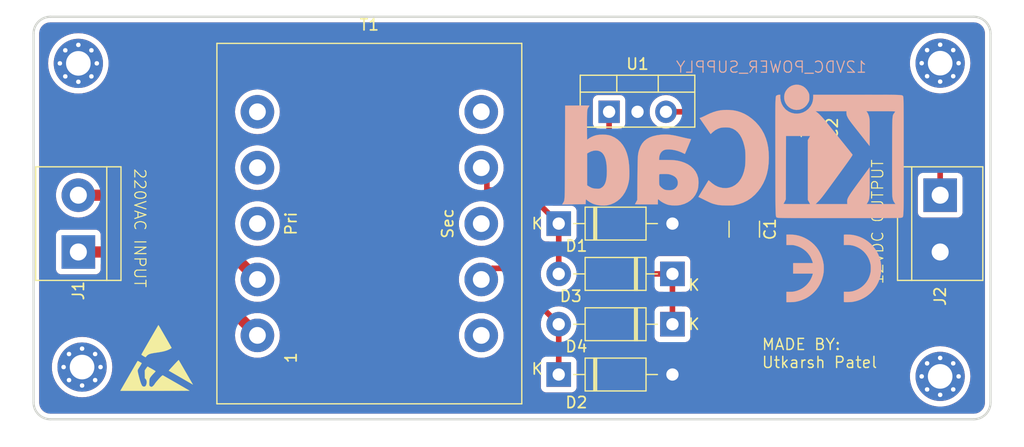
<source format=kicad_pcb>
(kicad_pcb (version 20240108) (generator "pcbnew") (generator_version "8.0")
  (title_block (title "Power_Supply_12V") (date "2025-08-07"))
  (layers (0 "F.Cu" signal) (31 "B.Cu" signal) (34 "B.Paste" user) (35 "F.Paste" user) (36 "B.SilkS" user "B.Silkscreen") (37 "F.SilkS" user "F.Silkscreen") (38 "B.Mask" user) (39 "F.Mask" user) (44 "Edge.Cuts" user))
  (net 0 "")
  (net 1 "GND")
  (net 2 "OUTPUT")
  (net 3 "Net-(D1-K)")
  (net 4 "Net-(D2-K)")
  (net 5 "INPUT")
  (net 6 "Net-(J1-Pin_2)")
  (net 43 "Net-(D3-K)")
  (footprint "TerminalBlock:TerminalBlock_bornier-2_P5.08mm" (layer "F.Cu") (at 111.4675 70.04 90)
    (property "Reference" "J1" (at -3.46 0 90) (layer "F.SilkS"))
    (property "Value" "Screw_Terminal_01x02" (hide yes))
    (pad "1" thru_hole rect (at 0 0 90) (size 3 3) (drill 1.52) (layers "*.Cu" "*.Mask") (net 5 "INPUT"))
    (pad "2" thru_hole circle (at 5.08 0 90) (size 3 3) (drill 1.52) (layers "*.Cu" "*.Mask") (net 6 "Net-(J1-Pin_2)"))
  )
  (footprint "Capacitor_SMD:C_1210_3225Metric" (layer "F.Cu") (at 170.9675 68 -90)
    (property "Reference" "C1" (at 0 -2.3 90) (layer "F.SilkS"))
    (property "Value" "1000uF")
    (pad "1" smd roundrect (at -1.475 0 270) (size 1.15 2.7) (layers "F.Cu" "F.Paste" "F.Mask") (roundrect_rratio 0.217391) (net 43 "Net-(D3-K)"))
    (pad "2" smd roundrect (at 1.475 0 270) (size 1.15 2.7) (layers "F.Cu" "F.Paste" "F.Mask") (roundrect_rratio 0.217391) (net 1 "GND"))
  )
  (footprint "MountingHole:MountingHole_2.2mm_M2_Pad_Via" (layer "F.Cu") (at 188.4675 81.166726)
    (property "Reference" "H4" (hide yes))
    (property "Value" "MountingHole_Pad" (hide yes))
    (pad "1" thru_hole circle (at -1.65 0) (size 0.7 0.7) (drill 0.4) (layers "*.Cu" "*.Mask"))
    (pad "1" thru_hole circle (at -1.166726 -1.166726) (size 0.7 0.7) (drill 0.4) (layers "*.Cu" "*.Mask"))
    (pad "1" thru_hole circle (at -1.166726 1.166726) (size 0.7 0.7) (drill 0.4) (layers "*.Cu" "*.Mask"))
    (pad "1" thru_hole circle (at 0 -1.65) (size 0.7 0.7) (drill 0.4) (layers "*.Cu" "*.Mask"))
    (pad "1" thru_hole circle (at 0 0) (size 4.4 4.4) (drill 2.2) (layers "*.Cu" "*.Mask"))
    (pad "1" thru_hole circle (at 0 1.65) (size 0.7 0.7) (drill 0.4) (layers "*.Cu" "*.Mask"))
    (pad "1" thru_hole circle (at 1.166726 -1.166726) (size 0.7 0.7) (drill 0.4) (layers "*.Cu" "*.Mask"))
    (pad "1" thru_hole circle (at 1.166726 1.166726) (size 0.7 0.7) (drill 0.4) (layers "*.Cu" "*.Mask"))
    (pad "1" thru_hole circle (at 1.65 0) (size 0.7 0.7) (drill 0.4) (layers "*.Cu" "*.Mask"))
  )
  (footprint "Diode_THT:D_DO-41_SOD81_P10.16mm_Horizontal" (layer "F.Cu") (at 154.3875 81)
    (property "Reference" "D2" (at 1.58 2.5 0) (layer "F.SilkS"))
    (property "Value" "1N4007" (hide yes))
    (fp_text user "K" (at -1.92 -0.5 0) (layer "F.SilkS"))
    (pad "1" thru_hole rect (at 0 0) (size 2.2 2.2) (drill 1.1) (layers "*.Cu" "*.Mask") (net 4 "Net-(D2-K)"))
    (pad "2" thru_hole oval (at 10.16 0) (size 2.2 2.2) (drill 1.1) (layers "*.Cu" "*.Mask") (net 1 "GND"))
  )
  (footprint "Transformer_THT:Transformer_CHK_EI30-2VA_1xSec" (layer "F.Cu") (at 127.4675 77.5)
    (property "Reference" "T1" (at 10 -27.78 0) (layer "F.SilkS"))
    (property "Value" "Transformer_1P_1S")
    (fp_text user "1" (at 3 2 90) (layer "F.SilkS"))
    (fp_text user "Sec" (at 17 -10 90) (layer "F.SilkS"))
    (fp_text user "Pri" (at 3 -10 90) (layer "F.SilkS"))
    (pad "1" thru_hole circle (at 0 0) (size 3 3) (drill 1.5) (layers "*.Cu" "*.Mask") (net 5 "INPUT"))
    (pad "2" thru_hole circle (at 0 -5) (size 3 3) (drill 1.5) (layers "*.Cu" "*.Mask") (net 6 "Net-(J1-Pin_2)"))
    (pad "3" thru_hole circle (at 0 -10) (size 3 3) (drill 1.5) (layers "*.Cu" "*.Mask"))
    (pad "4" thru_hole circle (at 0 -15) (size 3 3) (drill 1.5) (layers "*.Cu" "*.Mask"))
    (pad "5" thru_hole circle (at 0 -20) (size 3 3) (drill 1.5) (layers "*.Cu" "*.Mask"))
    (pad "6" thru_hole circle (at 20 -20) (size 3 3) (drill 1.5) (layers "*.Cu" "*.Mask"))
    (pad "7" thru_hole circle (at 20 -15) (size 3 3) (drill 1.5) (layers "*.Cu" "*.Mask") (net 3 "Net-(D1-K)"))
    (pad "8" thru_hole circle (at 20 -10) (size 3 3) (drill 1.5) (layers "*.Cu" "*.Mask"))
    (pad "9" thru_hole circle (at 20 -5) (size 3 3) (drill 1.5) (layers "*.Cu" "*.Mask") (net 4 "Net-(D2-K)"))
    (pad "10" thru_hole circle (at 20 0) (size 3 3) (drill 1.5) (layers "*.Cu" "*.Mask"))
  )
  (footprint "Symbol:ESD-Logo_6.6x6mm_SilkScreen" (layer "F.Cu") (at 118.4675 79.5)
    (property "Reference" "REF**" (hide yes))
    (property "Value" "ESD-Logo_6.6x6mm_SilkScreen" (hide yes))
  )
  (footprint "MountingHole:MountingHole_2.2mm_M2_Pad_Via" (layer "F.Cu") (at 188.4675 53.15)
    (property "Reference" "H2" (hide yes))
    (property "Value" "MountingHole_Pad")
    (pad "1" thru_hole circle (at -1.65 0) (size 0.7 0.7) (drill 0.4) (layers "*.Cu" "*.Mask"))
    (pad "1" thru_hole circle (at -1.166726 -1.166726) (size 0.7 0.7) (drill 0.4) (layers "*.Cu" "*.Mask"))
    (pad "1" thru_hole circle (at -1.166726 1.166726) (size 0.7 0.7) (drill 0.4) (layers "*.Cu" "*.Mask"))
    (pad "1" thru_hole circle (at 0 -1.65) (size 0.7 0.7) (drill 0.4) (layers "*.Cu" "*.Mask"))
    (pad "1" thru_hole circle (at 0 0) (size 4.4 4.4) (drill 2.2) (layers "*.Cu" "*.Mask"))
    (pad "1" thru_hole circle (at 0 1.65) (size 0.7 0.7) (drill 0.4) (layers "*.Cu" "*.Mask"))
    (pad "1" thru_hole circle (at 1.166726 -1.166726) (size 0.7 0.7) (drill 0.4) (layers "*.Cu" "*.Mask"))
    (pad "1" thru_hole circle (at 1.166726 1.166726) (size 0.7 0.7) (drill 0.4) (layers "*.Cu" "*.Mask"))
    (pad "1" thru_hole circle (at 1.65 0) (size 0.7 0.7) (drill 0.4) (layers "*.Cu" "*.Mask"))
  )
  (footprint "Package_TO_SOT_THT:TO-220-3_Vertical" (layer "F.Cu") (at 158.8875 57.5)
    (property "Reference" "U1" (at 2.54 -4.27 0) (layer "F.SilkS"))
    (property "Value" "LM7812_TO220")
    (pad "1" thru_hole rect (at 0 0) (size 1.905 2) (drill 1.1) (layers "*.Cu" "*.Mask") (net 43 "Net-(D3-K)"))
    (pad "2" thru_hole oval (at 2.54 0) (size 1.905 2) (drill 1.1) (layers "*.Cu" "*.Mask") (net 1 "GND"))
    (pad "3" thru_hole oval (at 5.08 0) (size 1.905 2) (drill 1.1) (layers "*.Cu" "*.Mask") (net 2 "OUTPUT"))
  )
  (footprint "Diode_THT:D_DO-41_SOD81_P10.16mm_Horizontal" (layer "F.Cu") (at 164.5475 76.5 180)
    (property "Reference" "D4" (at 8.58 -2 0) (layer "F.SilkS"))
    (property "Value" "1N4007" (hide yes))
    (fp_text user "K" (at -1.92 0 0) (layer "F.SilkS"))
    (pad "1" thru_hole rect (at 0 0 180) (size 2.2 2.2) (drill 1.1) (layers "*.Cu" "*.Mask") (net 43 "Net-(D3-K)"))
    (pad "2" thru_hole oval (at 10.16 0 180) (size 2.2 2.2) (drill 1.1) (layers "*.Cu" "*.Mask") (net 4 "Net-(D2-K)"))
  )
  (footprint "MountingHole:MountingHole_2.2mm_M2_Pad_Via" (layer "F.Cu") (at 111.4675 53.166726)
    (property "Reference" "H1" (hide yes))
    (property "Value" "MountingHole_Pad" (hide yes))
    (pad "1" thru_hole circle (at -1.65 0) (size 0.7 0.7) (drill 0.4) (layers "*.Cu" "*.Mask"))
    (pad "1" thru_hole circle (at -1.166726 -1.166726) (size 0.7 0.7) (drill 0.4) (layers "*.Cu" "*.Mask"))
    (pad "1" thru_hole circle (at -1.166726 1.166726) (size 0.7 0.7) (drill 0.4) (layers "*.Cu" "*.Mask"))
    (pad "1" thru_hole circle (at 0 -1.65) (size 0.7 0.7) (drill 0.4) (layers "*.Cu" "*.Mask"))
    (pad "1" thru_hole circle (at 0 0) (size 4.4 4.4) (drill 2.2) (layers "*.Cu" "*.Mask"))
    (pad "1" thru_hole circle (at 0 1.65) (size 0.7 0.7) (drill 0.4) (layers "*.Cu" "*.Mask"))
    (pad "1" thru_hole circle (at 1.166726 -1.166726) (size 0.7 0.7) (drill 0.4) (layers "*.Cu" "*.Mask"))
    (pad "1" thru_hole circle (at 1.166726 1.166726) (size 0.7 0.7) (drill 0.4) (layers "*.Cu" "*.Mask"))
    (pad "1" thru_hole circle (at 1.65 0) (size 0.7 0.7) (drill 0.4) (layers "*.Cu" "*.Mask"))
  )
  (footprint "Capacitor_SMD:C_1206_3216Metric" (layer "F.Cu") (at 176.9675 59 -90)
    (property "Reference" "C2" (at 0 -1.85 90) (layer "F.SilkS"))
    (property "Value" "0.1uF")
    (pad "1" smd roundrect (at -1.475 0 270) (size 1.15 1.8) (layers "F.Cu" "F.Paste" "F.Mask") (roundrect_rratio 0.217391) (net 2 "OUTPUT"))
    (pad "2" smd roundrect (at 1.475 0 270) (size 1.15 1.8) (layers "F.Cu" "F.Paste" "F.Mask") (roundrect_rratio 0.217391) (net 1 "GND"))
  )
  (footprint "Diode_THT:D_DO-41_SOD81_P10.16mm_Horizontal" (layer "F.Cu") (at 154.3875 67.5)
    (property "Reference" "D1" (at 1.58 2 0) (layer "F.SilkS"))
    (property "Value" "1N4007" (hide yes))
    (fp_text user "K" (at -1.92 0 0) (layer "F.SilkS"))
    (pad "1" thru_hole rect (at 0 0) (size 2.2 2.2) (drill 1.1) (layers "*.Cu" "*.Mask") (net 3 "Net-(D1-K)"))
    (pad "2" thru_hole oval (at 10.16 0) (size 2.2 2.2) (drill 1.1) (layers "*.Cu" "*.Mask") (net 1 "GND"))
  )
  (footprint "MountingHole:MountingHole_2.2mm_M2_Pad_Via" (layer "F.Cu") (at 111.800774 80.333274)
    (property "Reference" "H3" (hide yes))
    (property "Value" "MountingHole_Pad" (hide yes))
    (pad "1" thru_hole circle (at -1.65 0) (size 0.7 0.7) (drill 0.4) (layers "*.Cu" "*.Mask"))
    (pad "1" thru_hole circle (at -1.166726 -1.166726) (size 0.7 0.7) (drill 0.4) (layers "*.Cu" "*.Mask"))
    (pad "1" thru_hole circle (at -1.166726 1.166726) (size 0.7 0.7) (drill 0.4) (layers "*.Cu" "*.Mask"))
    (pad "1" thru_hole circle (at 0 -1.65) (size 0.7 0.7) (drill 0.4) (layers "*.Cu" "*.Mask"))
    (pad "1" thru_hole circle (at 0 0) (size 4.4 4.4) (drill 2.2) (layers "*.Cu" "*.Mask"))
    (pad "1" thru_hole circle (at 0 1.65) (size 0.7 0.7) (drill 0.4) (layers "*.Cu" "*.Mask"))
    (pad "1" thru_hole circle (at 1.166726 -1.166726) (size 0.7 0.7) (drill 0.4) (layers "*.Cu" "*.Mask"))
    (pad "1" thru_hole circle (at 1.166726 1.166726) (size 0.7 0.7) (drill 0.4) (layers "*.Cu" "*.Mask"))
    (pad "1" thru_hole circle (at 1.65 0) (size 0.7 0.7) (drill 0.4) (layers "*.Cu" "*.Mask"))
  )
  (footprint "TerminalBlock:TerminalBlock_bornier-2_P5.08mm" (layer "F.Cu") (at 188.4675 64.96 -90)
    (property "Reference" "J2" (at 9.04 0 90) (layer "F.SilkS"))
    (property "Value" "Screw_Terminal_01x02" (hide yes))
    (pad "1" thru_hole rect (at 0 0 270) (size 3 3) (drill 1.52) (layers "*.Cu" "*.Mask") (net 2 "OUTPUT"))
    (pad "2" thru_hole circle (at 5.08 0 270) (size 3 3) (drill 1.52) (layers "*.Cu" "*.Mask") (net 1 "GND"))
  )
  (footprint "Diode_THT:D_DO-41_SOD81_P10.16mm_Horizontal" (layer "F.Cu") (at 164.5475 72 180)
    (property "Reference" "D3" (at 9.08 -2 0) (layer "F.SilkS"))
    (property "Value" "1N4007" (hide yes))
    (fp_text user "K" (at -1.92 -1 0) (layer "F.SilkS"))
    (pad "1" thru_hole rect (at 0 0 180) (size 2.2 2.2) (drill 1.1) (layers "*.Cu" "*.Mask") (net 43 "Net-(D3-K)"))
    (pad "2" thru_hole oval (at 10.16 0 180) (size 2.2 2.2) (drill 1.1) (layers "*.Cu" "*.Mask") (net 3 "Net-(D1-K)"))
  )
  (footprint "Symbol:CE-Logo_8.5x6mm_SilkScreen" (layer "B.Cu") (at 178.9675 71.5 180)
    (property "Reference" "REF**" (hide yes))
    (property "Value" "CE-Logo_8.5x6mm_SilkScreen" (hide yes))
  )
  (footprint "Symbol:KiCad-Logo_12mm_SilkScreen" (layer "B.Cu") (at 169.9675 61 180)
    (property "Reference" "REF**" (hide yes))
    (property "Value" "KiCad-Logo_12mm_SilkScreen" (hide yes))
  )
  (gr_arc (start 107.4675 50.5) (mid 107.90684 49.43934) (end 108.9675 49) (stroke (width 0.2)) (layer "Edge.Cuts"))
  (gr_line (start 192.9675 50.5) (end 192.9675 83.5) (stroke (width 0.2)) (layer "Edge.Cuts"))
  (gr_arc (start 192.9675 83.5) (mid 192.52816 84.56066) (end 191.4675 85) (stroke (width 0.2)) (layer "Edge.Cuts"))
  (gr_arc (start 108.9675 85) (mid 107.90684 84.56066) (end 107.4675 83.5) (stroke (width 0.2)) (layer "Edge.Cuts"))
  (gr_line (start 191.4675 85) (end 108.9675 85) (stroke (width 0.2)) (layer "Edge.Cuts"))
  (gr_line (start 107.4675 83.5) (end 107.4675 50.5) (stroke (width 0.2)) (layer "Edge.Cuts"))
  (gr_arc (start 191.4675 49) (mid 192.52816 49.43934) (end 192.9675 50.5) (stroke (width 0.2)) (layer "Edge.Cuts"))
  (gr_line (start 108.9675 49) (end 191.4675 49) (stroke (width 0.2)) (layer "Edge.Cuts"))
  (gr_text "12VDC_POWER_SUPPLY" (at 181.9675 53.5 0) (layer "B.SilkS") (effects (font (size 1 1) (thickness 0.1)) (justify left mirror)))
  (gr_text "12VDC OUTPUT" (at 183.4675 73 90) (layer "F.SilkS") (effects (font (size 1 1) (thickness 0.1)) (justify left bottom)))
  (gr_text "MADE BY:\nUtkarsh Patel" (at 172.4675 80.5 0) (layer "F.SilkS") (effects (font (size 1 1) (thickness 0.125)) (justify left bottom)))
  (gr_text "220VAC INPUT" (at 116.9675 62.5 -90) (layer "F.SilkS") (effects (font (size 1 1) (thickness 0.1)) (justify left)))
  (segment (start 171.5325 70.04) (end 170.9675 69.475) (width 0.5) (layer "F.Cu") (net 1))
  (segment (start 166.4675 67.5) (end 166.9675 68) (width 0.5) (layer "F.Cu") (net 1))
  (segment (start 167.4675 72.5) (end 171.5325 72.5) (width 0.5) (layer "F.Cu") (net 1))
  (segment (start 177.4675 70.04) (end 171.5325 70.04) (width 0.5) (layer "F.Cu") (net 1))
  (segment (start 177.4675 63) (end 176.9675 62.5) (width 0.5) (layer "F.Cu") (net 1))
  (segment (start 164.5475 81) (end 171.5325 74.015) (width 0.5) (layer "F.Cu") (net 1))
  (segment (start 164.5475 67.5) (end 166.4675 67.5) (width 0.5) (layer "F.Cu") (net 1))
  (segment (start 176.9675 62.5) (end 176.9675 60.475) (width 0.5) (layer "F.Cu") (net 1))
  (segment (start 166.9675 68) (end 166.9675 72) (width 0.5) (layer "F.Cu") (net 1))
  (segment (start 166.9675 72) (end 167.4675 72.5) (width 0.5) (layer "F.Cu") (net 1))
  (segment (start 171.5325 72.5) (end 171.5325 70.04) (width 0.5) (layer "F.Cu") (net 1))
  (segment (start 188.4675 70.04) (end 177.4675 70.04) (width 0.5) (layer "F.Cu") (net 1))
  (segment (start 177.4675 70.04) (end 177.4675 63) (width 0.5) (layer "F.Cu") (net 1))
  (segment (start 161.4275 57.5) (end 166.4275 62.5) (width 0.5) (layer "F.Cu") (net 1))
  (segment (start 166.4275 62.5) (end 176.9675 62.5) (width 0.5) (layer "F.Cu") (net 1))
  (segment (start 171.5325 74.015) (end 171.5325 72.5) (width 0.5) (layer "F.Cu") (net 1))
  (segment (start 188.4675 59) (end 186.9675 57.5) (width 0.5) (layer "F.Cu") (net 2))
  (segment (start 188.4675 64.96) (end 188.4675 59) (width 0.5) (layer "F.Cu") (net 2))
  (segment (start 176.9425 57.5) (end 176.9675 57.525) (width 0.5) (layer "F.Cu") (net 2))
  (segment (start 163.9675 57.5) (end 176.9425 57.5) (width 0.5) (layer "F.Cu") (net 2))
  (segment (start 186.9425 57.525) (end 176.9675 57.525) (width 0.5) (layer "F.Cu") (net 2))
  (segment (start 186.9675 57.5) (end 186.9425 57.525) (width 0.5) (layer "F.Cu") (net 2))
  (segment (start 147.9675 63) (end 147.4675 62.5) (width 0.5) (layer "F.Cu") (net 3))
  (segment (start 151.4675 64.5) (end 147.9675 64.5) (width 0.5) (layer "F.Cu") (net 3))
  (segment (start 154.3875 67.5) (end 154.3875 72) (width 0.5) (layer "F.Cu") (net 3))
  (segment (start 151.4675 64.58) (end 151.4675 64.5) (width 0.5) (layer "F.Cu") (net 3))
  (segment (start 154.3875 67.5) (end 151.4675 64.58) (width 0.5) (layer "F.Cu") (net 3))
  (segment (start 147.9675 64.5) (end 147.9675 63) (width 0.5) (layer "F.Cu") (net 3))
  (segment (start 148.4675 71.5) (end 147.4675 72.5) (width 0.5) (layer "F.Cu") (net 4))
  (segment (start 149.4675 71.58) (end 149.4675 71.5) (width 0.5) (layer "F.Cu") (net 4))
  (segment (start 154.3875 81) (end 154.3875 76.5) (width 0.5) (layer "F.Cu") (net 4))
  (segment (start 149.4675 71.5) (end 148.4675 71.5) (width 0.5) (layer "F.Cu") (net 4))
  (segment (start 154.3875 76.5) (end 149.4675 71.58) (width 0.5) (layer "F.Cu") (net 4))
  (segment (start 120.0075 70.04) (end 127.4675 77.5) (width 1) (layer "F.Cu") (net 5))
  (segment (start 111.4675 70.04) (end 120.0075 70.04) (width 1) (layer "F.Cu") (net 5))
  (segment (start 119.9275 64.96) (end 127.4675 72.5) (width 1) (layer "F.Cu") (net 6))
  (segment (start 111.4675 64.96) (end 119.9275 64.96) (width 1) (layer "F.Cu") (net 6))
  (segment (start 170.9675 66.525) (end 168.4675 64.025) (width 0.5) (layer "F.Cu") (net 43))
  (segment (start 164.5475 72) (end 164.5475 76.5) (width 0.5) (layer "F.Cu") (net 43))
  (segment (start 158.8875 64) (end 158.8875 69.42) (width 0.5) (layer "F.Cu") (net 43))
  (segment (start 168.4675 64) (end 158.8875 64) (width 0.5) (layer "F.Cu") (net 43))
  (segment (start 158.8875 69.42) (end 161.4675 72) (width 0.5) (layer "F.Cu") (net 43))
  (segment (start 168.4675 64.025) (end 168.4675 64) (width 0.5) (layer "F.Cu") (net 43))
  (segment (start 158.8875 57.5) (end 158.8875 64) (width 0.5) (layer "F.Cu") (net 43))
  (segment (start 161.4675 72) (end 164.5475 72) (width 0.5) (layer "F.Cu") (net 43))
  (zone (net 1) (net_name "GND") (layers "F&B.Cu") (connect_pads yes (clearance 0.5)) (min_thickness 0.25) (fill yes (thermal_gap 0.5) (thermal_bridge_width 0.5) (island_removal_mode 1) (island_area_min 10))
    (polygon (pts (xy 104.4675 47.5) (xy 104.4675 87.5) (xy 195.9675 87.5) (xy 195.9675 47.5)))
  )
)
</source>
